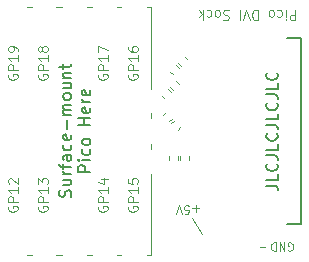
<source format=gbr>
%TF.GenerationSoftware,KiCad,Pcbnew,5.99.0-unknown-8eca23aabe~115~ubuntu20.04.1*%
%TF.CreationDate,2021-02-02T11:51:54+00:00*%
%TF.ProjectId,dvi-sock,6476692d-736f-4636-9b2e-6b696361645f,rev?*%
%TF.SameCoordinates,Original*%
%TF.FileFunction,Legend,Top*%
%TF.FilePolarity,Positive*%
%FSLAX46Y46*%
G04 Gerber Fmt 4.6, Leading zero omitted, Abs format (unit mm)*
G04 Created by KiCad (PCBNEW 5.99.0-unknown-8eca23aabe~115~ubuntu20.04.1) date 2021-02-02 11:51:54*
%MOMM*%
%LPD*%
G01*
G04 APERTURE LIST*
%ADD10C,0.120000*%
%ADD11C,0.150000*%
G04 APERTURE END LIST*
D10*
X149000000Y-95500000D02*
X149400000Y-95500000D01*
X154400000Y-74500000D02*
X154100000Y-74500000D01*
X151500000Y-95500000D02*
X151900000Y-95500000D01*
X154400000Y-81400000D02*
X154400000Y-74500000D01*
X143900000Y-95500000D02*
X144300000Y-95500000D01*
X163600000Y-94800000D02*
X164100000Y-94800000D01*
X144300000Y-74500000D02*
X143900000Y-74500000D01*
X154400000Y-86100000D02*
X154400000Y-86500000D01*
X151900000Y-74500000D02*
X151500000Y-74500000D01*
X154400000Y-88600000D02*
X154400000Y-95500000D01*
X146900000Y-74500000D02*
X146400000Y-74500000D01*
X149400000Y-74500000D02*
X149000000Y-74500000D01*
X158750000Y-93750000D02*
X157900000Y-92400000D01*
X154400000Y-83500000D02*
X154400000Y-83900000D01*
X154400000Y-95500000D02*
X154100000Y-95500000D01*
X146400000Y-95500000D02*
X146900000Y-95500000D01*
X166637142Y-74732857D02*
X166637142Y-75632857D01*
X166332380Y-75632857D01*
X166256190Y-75590000D01*
X166218095Y-75547142D01*
X166180000Y-75461428D01*
X166180000Y-75332857D01*
X166218095Y-75247142D01*
X166256190Y-75204285D01*
X166332380Y-75161428D01*
X166637142Y-75161428D01*
X165837142Y-74732857D02*
X165837142Y-75332857D01*
X165837142Y-75632857D02*
X165875238Y-75590000D01*
X165837142Y-75547142D01*
X165799047Y-75590000D01*
X165837142Y-75632857D01*
X165837142Y-75547142D01*
X165113333Y-74775714D02*
X165189523Y-74732857D01*
X165341904Y-74732857D01*
X165418095Y-74775714D01*
X165456190Y-74818571D01*
X165494285Y-74904285D01*
X165494285Y-75161428D01*
X165456190Y-75247142D01*
X165418095Y-75290000D01*
X165341904Y-75332857D01*
X165189523Y-75332857D01*
X165113333Y-75290000D01*
X164656190Y-74732857D02*
X164732380Y-74775714D01*
X164770476Y-74818571D01*
X164808571Y-74904285D01*
X164808571Y-75161428D01*
X164770476Y-75247142D01*
X164732380Y-75290000D01*
X164656190Y-75332857D01*
X164541904Y-75332857D01*
X164465714Y-75290000D01*
X164427619Y-75247142D01*
X164389523Y-75161428D01*
X164389523Y-74904285D01*
X164427619Y-74818571D01*
X164465714Y-74775714D01*
X164541904Y-74732857D01*
X164656190Y-74732857D01*
X163437142Y-74732857D02*
X163437142Y-75632857D01*
X163246666Y-75632857D01*
X163132380Y-75590000D01*
X163056190Y-75504285D01*
X163018095Y-75418571D01*
X162980000Y-75247142D01*
X162980000Y-75118571D01*
X163018095Y-74947142D01*
X163056190Y-74861428D01*
X163132380Y-74775714D01*
X163246666Y-74732857D01*
X163437142Y-74732857D01*
X162751428Y-75632857D02*
X162484761Y-74732857D01*
X162218095Y-75632857D01*
X161951428Y-74732857D02*
X161951428Y-75632857D01*
X160999047Y-74775714D02*
X160884761Y-74732857D01*
X160694285Y-74732857D01*
X160618095Y-74775714D01*
X160580000Y-74818571D01*
X160541904Y-74904285D01*
X160541904Y-74990000D01*
X160580000Y-75075714D01*
X160618095Y-75118571D01*
X160694285Y-75161428D01*
X160846666Y-75204285D01*
X160922857Y-75247142D01*
X160960952Y-75290000D01*
X160999047Y-75375714D01*
X160999047Y-75461428D01*
X160960952Y-75547142D01*
X160922857Y-75590000D01*
X160846666Y-75632857D01*
X160656190Y-75632857D01*
X160541904Y-75590000D01*
X160084761Y-74732857D02*
X160160952Y-74775714D01*
X160199047Y-74818571D01*
X160237142Y-74904285D01*
X160237142Y-75161428D01*
X160199047Y-75247142D01*
X160160952Y-75290000D01*
X160084761Y-75332857D01*
X159970476Y-75332857D01*
X159894285Y-75290000D01*
X159856190Y-75247142D01*
X159818095Y-75161428D01*
X159818095Y-74904285D01*
X159856190Y-74818571D01*
X159894285Y-74775714D01*
X159970476Y-74732857D01*
X160084761Y-74732857D01*
X159132380Y-74775714D02*
X159208571Y-74732857D01*
X159360952Y-74732857D01*
X159437142Y-74775714D01*
X159475238Y-74818571D01*
X159513333Y-74904285D01*
X159513333Y-75161428D01*
X159475238Y-75247142D01*
X159437142Y-75290000D01*
X159360952Y-75332857D01*
X159208571Y-75332857D01*
X159132380Y-75290000D01*
X158789523Y-74732857D02*
X158789523Y-75632857D01*
X158713333Y-75075714D02*
X158484761Y-74732857D01*
X158484761Y-75332857D02*
X158789523Y-74990000D01*
X149968000Y-80200380D02*
X149929904Y-80276571D01*
X149929904Y-80390857D01*
X149968000Y-80505142D01*
X150044190Y-80581333D01*
X150120380Y-80619428D01*
X150272761Y-80657523D01*
X150387047Y-80657523D01*
X150539428Y-80619428D01*
X150615619Y-80581333D01*
X150691809Y-80505142D01*
X150729904Y-80390857D01*
X150729904Y-80314666D01*
X150691809Y-80200380D01*
X150653714Y-80162285D01*
X150387047Y-80162285D01*
X150387047Y-80314666D01*
X150729904Y-79819428D02*
X149929904Y-79819428D01*
X149929904Y-79514666D01*
X149968000Y-79438476D01*
X150006095Y-79400380D01*
X150082285Y-79362285D01*
X150196571Y-79362285D01*
X150272761Y-79400380D01*
X150310857Y-79438476D01*
X150348952Y-79514666D01*
X150348952Y-79819428D01*
X150729904Y-78600380D02*
X150729904Y-79057523D01*
X150729904Y-78828952D02*
X149929904Y-78828952D01*
X150044190Y-78905142D01*
X150120380Y-78981333D01*
X150158476Y-79057523D01*
X149929904Y-78333714D02*
X149929904Y-77800380D01*
X150729904Y-78143238D01*
X158450000Y-91550000D02*
X157916666Y-91550000D01*
X158183333Y-91283333D02*
X158183333Y-91816666D01*
X157250000Y-91983333D02*
X157583333Y-91983333D01*
X157616666Y-91650000D01*
X157583333Y-91683333D01*
X157516666Y-91716666D01*
X157350000Y-91716666D01*
X157283333Y-91683333D01*
X157250000Y-91650000D01*
X157216666Y-91583333D01*
X157216666Y-91416666D01*
X157250000Y-91350000D01*
X157283333Y-91316666D01*
X157350000Y-91283333D01*
X157516666Y-91283333D01*
X157583333Y-91316666D01*
X157616666Y-91350000D01*
X157016666Y-91983333D02*
X156783333Y-91283333D01*
X156550000Y-91983333D01*
X152508000Y-80200380D02*
X152469904Y-80276571D01*
X152469904Y-80390857D01*
X152508000Y-80505142D01*
X152584190Y-80581333D01*
X152660380Y-80619428D01*
X152812761Y-80657523D01*
X152927047Y-80657523D01*
X153079428Y-80619428D01*
X153155619Y-80581333D01*
X153231809Y-80505142D01*
X153269904Y-80390857D01*
X153269904Y-80314666D01*
X153231809Y-80200380D01*
X153193714Y-80162285D01*
X152927047Y-80162285D01*
X152927047Y-80314666D01*
X153269904Y-79819428D02*
X152469904Y-79819428D01*
X152469904Y-79514666D01*
X152508000Y-79438476D01*
X152546095Y-79400380D01*
X152622285Y-79362285D01*
X152736571Y-79362285D01*
X152812761Y-79400380D01*
X152850857Y-79438476D01*
X152888952Y-79514666D01*
X152888952Y-79819428D01*
X153269904Y-78600380D02*
X153269904Y-79057523D01*
X153269904Y-78828952D02*
X152469904Y-78828952D01*
X152584190Y-78905142D01*
X152660380Y-78981333D01*
X152698476Y-79057523D01*
X152469904Y-77914666D02*
X152469904Y-78067047D01*
X152508000Y-78143238D01*
X152546095Y-78181333D01*
X152660380Y-78257523D01*
X152812761Y-78295619D01*
X153117523Y-78295619D01*
X153193714Y-78257523D01*
X153231809Y-78219428D01*
X153269904Y-78143238D01*
X153269904Y-77990857D01*
X153231809Y-77914666D01*
X153193714Y-77876571D01*
X153117523Y-77838476D01*
X152927047Y-77838476D01*
X152850857Y-77876571D01*
X152812761Y-77914666D01*
X152774666Y-77990857D01*
X152774666Y-78143238D01*
X152812761Y-78219428D01*
X152850857Y-78257523D01*
X152927047Y-78295619D01*
X142348000Y-80200380D02*
X142309904Y-80276571D01*
X142309904Y-80390857D01*
X142348000Y-80505142D01*
X142424190Y-80581333D01*
X142500380Y-80619428D01*
X142652761Y-80657523D01*
X142767047Y-80657523D01*
X142919428Y-80619428D01*
X142995619Y-80581333D01*
X143071809Y-80505142D01*
X143109904Y-80390857D01*
X143109904Y-80314666D01*
X143071809Y-80200380D01*
X143033714Y-80162285D01*
X142767047Y-80162285D01*
X142767047Y-80314666D01*
X143109904Y-79819428D02*
X142309904Y-79819428D01*
X142309904Y-79514666D01*
X142348000Y-79438476D01*
X142386095Y-79400380D01*
X142462285Y-79362285D01*
X142576571Y-79362285D01*
X142652761Y-79400380D01*
X142690857Y-79438476D01*
X142728952Y-79514666D01*
X142728952Y-79819428D01*
X143109904Y-78600380D02*
X143109904Y-79057523D01*
X143109904Y-78828952D02*
X142309904Y-78828952D01*
X142424190Y-78905142D01*
X142500380Y-78981333D01*
X142538476Y-79057523D01*
X143109904Y-78219428D02*
X143109904Y-78067047D01*
X143071809Y-77990857D01*
X143033714Y-77952761D01*
X142919428Y-77876571D01*
X142767047Y-77838476D01*
X142462285Y-77838476D01*
X142386095Y-77876571D01*
X142348000Y-77914666D01*
X142309904Y-77990857D01*
X142309904Y-78143238D01*
X142348000Y-78219428D01*
X142386095Y-78257523D01*
X142462285Y-78295619D01*
X142652761Y-78295619D01*
X142728952Y-78257523D01*
X142767047Y-78219428D01*
X142805142Y-78143238D01*
X142805142Y-77990857D01*
X142767047Y-77914666D01*
X142728952Y-77876571D01*
X142652761Y-77838476D01*
D11*
X164152380Y-89619047D02*
X164866666Y-89619047D01*
X165009523Y-89666666D01*
X165104761Y-89761904D01*
X165152380Y-89904761D01*
X165152380Y-90000000D01*
X165152380Y-88666666D02*
X165152380Y-89142857D01*
X164152380Y-89142857D01*
X165057142Y-87761904D02*
X165104761Y-87809523D01*
X165152380Y-87952380D01*
X165152380Y-88047619D01*
X165104761Y-88190476D01*
X165009523Y-88285714D01*
X164914285Y-88333333D01*
X164723809Y-88380952D01*
X164580952Y-88380952D01*
X164390476Y-88333333D01*
X164295238Y-88285714D01*
X164200000Y-88190476D01*
X164152380Y-88047619D01*
X164152380Y-87952380D01*
X164200000Y-87809523D01*
X164247619Y-87761904D01*
X164152380Y-87047619D02*
X164866666Y-87047619D01*
X165009523Y-87095238D01*
X165104761Y-87190476D01*
X165152380Y-87333333D01*
X165152380Y-87428571D01*
X165152380Y-86095238D02*
X165152380Y-86571428D01*
X164152380Y-86571428D01*
X165057142Y-85190476D02*
X165104761Y-85238095D01*
X165152380Y-85380952D01*
X165152380Y-85476190D01*
X165104761Y-85619047D01*
X165009523Y-85714285D01*
X164914285Y-85761904D01*
X164723809Y-85809523D01*
X164580952Y-85809523D01*
X164390476Y-85761904D01*
X164295238Y-85714285D01*
X164200000Y-85619047D01*
X164152380Y-85476190D01*
X164152380Y-85380952D01*
X164200000Y-85238095D01*
X164247619Y-85190476D01*
X164152380Y-84476190D02*
X164866666Y-84476190D01*
X165009523Y-84523809D01*
X165104761Y-84619047D01*
X165152380Y-84761904D01*
X165152380Y-84857142D01*
X165152380Y-83523809D02*
X165152380Y-84000000D01*
X164152380Y-84000000D01*
X165057142Y-82619047D02*
X165104761Y-82666666D01*
X165152380Y-82809523D01*
X165152380Y-82904761D01*
X165104761Y-83047619D01*
X165009523Y-83142857D01*
X164914285Y-83190476D01*
X164723809Y-83238095D01*
X164580952Y-83238095D01*
X164390476Y-83190476D01*
X164295238Y-83142857D01*
X164200000Y-83047619D01*
X164152380Y-82904761D01*
X164152380Y-82809523D01*
X164200000Y-82666666D01*
X164247619Y-82619047D01*
X164152380Y-81904761D02*
X164866666Y-81904761D01*
X165009523Y-81952380D01*
X165104761Y-82047619D01*
X165152380Y-82190476D01*
X165152380Y-82285714D01*
X165152380Y-80952380D02*
X165152380Y-81428571D01*
X164152380Y-81428571D01*
X165057142Y-80047619D02*
X165104761Y-80095238D01*
X165152380Y-80238095D01*
X165152380Y-80333333D01*
X165104761Y-80476190D01*
X165009523Y-80571428D01*
X164914285Y-80619047D01*
X164723809Y-80666666D01*
X164580952Y-80666666D01*
X164390476Y-80619047D01*
X164295238Y-80571428D01*
X164200000Y-80476190D01*
X164152380Y-80333333D01*
X164152380Y-80238095D01*
X164200000Y-80095238D01*
X164247619Y-80047619D01*
D10*
X152508000Y-91376380D02*
X152469904Y-91452571D01*
X152469904Y-91566857D01*
X152508000Y-91681142D01*
X152584190Y-91757333D01*
X152660380Y-91795428D01*
X152812761Y-91833523D01*
X152927047Y-91833523D01*
X153079428Y-91795428D01*
X153155619Y-91757333D01*
X153231809Y-91681142D01*
X153269904Y-91566857D01*
X153269904Y-91490666D01*
X153231809Y-91376380D01*
X153193714Y-91338285D01*
X152927047Y-91338285D01*
X152927047Y-91490666D01*
X153269904Y-90995428D02*
X152469904Y-90995428D01*
X152469904Y-90690666D01*
X152508000Y-90614476D01*
X152546095Y-90576380D01*
X152622285Y-90538285D01*
X152736571Y-90538285D01*
X152812761Y-90576380D01*
X152850857Y-90614476D01*
X152888952Y-90690666D01*
X152888952Y-90995428D01*
X153269904Y-89776380D02*
X153269904Y-90233523D01*
X153269904Y-90004952D02*
X152469904Y-90004952D01*
X152584190Y-90081142D01*
X152660380Y-90157333D01*
X152698476Y-90233523D01*
X152469904Y-89052571D02*
X152469904Y-89433523D01*
X152850857Y-89471619D01*
X152812761Y-89433523D01*
X152774666Y-89357333D01*
X152774666Y-89166857D01*
X152812761Y-89090666D01*
X152850857Y-89052571D01*
X152927047Y-89014476D01*
X153117523Y-89014476D01*
X153193714Y-89052571D01*
X153231809Y-89090666D01*
X153269904Y-89166857D01*
X153269904Y-89357333D01*
X153231809Y-89433523D01*
X153193714Y-89471619D01*
D11*
X147599761Y-90571428D02*
X147647380Y-90428571D01*
X147647380Y-90190476D01*
X147599761Y-90095238D01*
X147552142Y-90047619D01*
X147456904Y-90000000D01*
X147361666Y-90000000D01*
X147266428Y-90047619D01*
X147218809Y-90095238D01*
X147171190Y-90190476D01*
X147123571Y-90380952D01*
X147075952Y-90476190D01*
X147028333Y-90523809D01*
X146933095Y-90571428D01*
X146837857Y-90571428D01*
X146742619Y-90523809D01*
X146695000Y-90476190D01*
X146647380Y-90380952D01*
X146647380Y-90142857D01*
X146695000Y-90000000D01*
X146980714Y-89142857D02*
X147647380Y-89142857D01*
X146980714Y-89571428D02*
X147504523Y-89571428D01*
X147599761Y-89523809D01*
X147647380Y-89428571D01*
X147647380Y-89285714D01*
X147599761Y-89190476D01*
X147552142Y-89142857D01*
X147647380Y-88666666D02*
X146980714Y-88666666D01*
X147171190Y-88666666D02*
X147075952Y-88619047D01*
X147028333Y-88571428D01*
X146980714Y-88476190D01*
X146980714Y-88380952D01*
X146980714Y-88190476D02*
X146980714Y-87809523D01*
X147647380Y-88047619D02*
X146790238Y-88047619D01*
X146695000Y-88000000D01*
X146647380Y-87904761D01*
X146647380Y-87809523D01*
X147647380Y-87047619D02*
X147123571Y-87047619D01*
X147028333Y-87095238D01*
X146980714Y-87190476D01*
X146980714Y-87380952D01*
X147028333Y-87476190D01*
X147599761Y-87047619D02*
X147647380Y-87142857D01*
X147647380Y-87380952D01*
X147599761Y-87476190D01*
X147504523Y-87523809D01*
X147409285Y-87523809D01*
X147314047Y-87476190D01*
X147266428Y-87380952D01*
X147266428Y-87142857D01*
X147218809Y-87047619D01*
X147599761Y-86142857D02*
X147647380Y-86238095D01*
X147647380Y-86428571D01*
X147599761Y-86523809D01*
X147552142Y-86571428D01*
X147456904Y-86619047D01*
X147171190Y-86619047D01*
X147075952Y-86571428D01*
X147028333Y-86523809D01*
X146980714Y-86428571D01*
X146980714Y-86238095D01*
X147028333Y-86142857D01*
X147599761Y-85333333D02*
X147647380Y-85428571D01*
X147647380Y-85619047D01*
X147599761Y-85714285D01*
X147504523Y-85761904D01*
X147123571Y-85761904D01*
X147028333Y-85714285D01*
X146980714Y-85619047D01*
X146980714Y-85428571D01*
X147028333Y-85333333D01*
X147123571Y-85285714D01*
X147218809Y-85285714D01*
X147314047Y-85761904D01*
X147266428Y-84857142D02*
X147266428Y-84095238D01*
X147647380Y-83619047D02*
X146980714Y-83619047D01*
X147075952Y-83619047D02*
X147028333Y-83571428D01*
X146980714Y-83476190D01*
X146980714Y-83333333D01*
X147028333Y-83238095D01*
X147123571Y-83190476D01*
X147647380Y-83190476D01*
X147123571Y-83190476D02*
X147028333Y-83142857D01*
X146980714Y-83047619D01*
X146980714Y-82904761D01*
X147028333Y-82809523D01*
X147123571Y-82761904D01*
X147647380Y-82761904D01*
X147647380Y-82142857D02*
X147599761Y-82238095D01*
X147552142Y-82285714D01*
X147456904Y-82333333D01*
X147171190Y-82333333D01*
X147075952Y-82285714D01*
X147028333Y-82238095D01*
X146980714Y-82142857D01*
X146980714Y-82000000D01*
X147028333Y-81904761D01*
X147075952Y-81857142D01*
X147171190Y-81809523D01*
X147456904Y-81809523D01*
X147552142Y-81857142D01*
X147599761Y-81904761D01*
X147647380Y-82000000D01*
X147647380Y-82142857D01*
X146980714Y-80952380D02*
X147647380Y-80952380D01*
X146980714Y-81380952D02*
X147504523Y-81380952D01*
X147599761Y-81333333D01*
X147647380Y-81238095D01*
X147647380Y-81095238D01*
X147599761Y-81000000D01*
X147552142Y-80952380D01*
X146980714Y-80476190D02*
X147647380Y-80476190D01*
X147075952Y-80476190D02*
X147028333Y-80428571D01*
X146980714Y-80333333D01*
X146980714Y-80190476D01*
X147028333Y-80095238D01*
X147123571Y-80047619D01*
X147647380Y-80047619D01*
X146980714Y-79714285D02*
X146980714Y-79333333D01*
X146647380Y-79571428D02*
X147504523Y-79571428D01*
X147599761Y-79523809D01*
X147647380Y-79428571D01*
X147647380Y-79333333D01*
X149257380Y-88452380D02*
X148257380Y-88452380D01*
X148257380Y-88071428D01*
X148305000Y-87976190D01*
X148352619Y-87928571D01*
X148447857Y-87880952D01*
X148590714Y-87880952D01*
X148685952Y-87928571D01*
X148733571Y-87976190D01*
X148781190Y-88071428D01*
X148781190Y-88452380D01*
X149257380Y-87452380D02*
X148590714Y-87452380D01*
X148257380Y-87452380D02*
X148305000Y-87500000D01*
X148352619Y-87452380D01*
X148305000Y-87404761D01*
X148257380Y-87452380D01*
X148352619Y-87452380D01*
X149209761Y-86547619D02*
X149257380Y-86642857D01*
X149257380Y-86833333D01*
X149209761Y-86928571D01*
X149162142Y-86976190D01*
X149066904Y-87023809D01*
X148781190Y-87023809D01*
X148685952Y-86976190D01*
X148638333Y-86928571D01*
X148590714Y-86833333D01*
X148590714Y-86642857D01*
X148638333Y-86547619D01*
X149257380Y-85976190D02*
X149209761Y-86071428D01*
X149162142Y-86119047D01*
X149066904Y-86166666D01*
X148781190Y-86166666D01*
X148685952Y-86119047D01*
X148638333Y-86071428D01*
X148590714Y-85976190D01*
X148590714Y-85833333D01*
X148638333Y-85738095D01*
X148685952Y-85690476D01*
X148781190Y-85642857D01*
X149066904Y-85642857D01*
X149162142Y-85690476D01*
X149209761Y-85738095D01*
X149257380Y-85833333D01*
X149257380Y-85976190D01*
X149257380Y-84452380D02*
X148257380Y-84452380D01*
X148733571Y-84452380D02*
X148733571Y-83880952D01*
X149257380Y-83880952D02*
X148257380Y-83880952D01*
X149209761Y-83023809D02*
X149257380Y-83119047D01*
X149257380Y-83309523D01*
X149209761Y-83404761D01*
X149114523Y-83452380D01*
X148733571Y-83452380D01*
X148638333Y-83404761D01*
X148590714Y-83309523D01*
X148590714Y-83119047D01*
X148638333Y-83023809D01*
X148733571Y-82976190D01*
X148828809Y-82976190D01*
X148924047Y-83452380D01*
X149257380Y-82547619D02*
X148590714Y-82547619D01*
X148781190Y-82547619D02*
X148685952Y-82500000D01*
X148638333Y-82452380D01*
X148590714Y-82357142D01*
X148590714Y-82261904D01*
X149209761Y-81547619D02*
X149257380Y-81642857D01*
X149257380Y-81833333D01*
X149209761Y-81928571D01*
X149114523Y-81976190D01*
X148733571Y-81976190D01*
X148638333Y-81928571D01*
X148590714Y-81833333D01*
X148590714Y-81642857D01*
X148638333Y-81547619D01*
X148733571Y-81500000D01*
X148828809Y-81500000D01*
X148924047Y-81976190D01*
D10*
X144888000Y-91376380D02*
X144849904Y-91452571D01*
X144849904Y-91566857D01*
X144888000Y-91681142D01*
X144964190Y-91757333D01*
X145040380Y-91795428D01*
X145192761Y-91833523D01*
X145307047Y-91833523D01*
X145459428Y-91795428D01*
X145535619Y-91757333D01*
X145611809Y-91681142D01*
X145649904Y-91566857D01*
X145649904Y-91490666D01*
X145611809Y-91376380D01*
X145573714Y-91338285D01*
X145307047Y-91338285D01*
X145307047Y-91490666D01*
X145649904Y-90995428D02*
X144849904Y-90995428D01*
X144849904Y-90690666D01*
X144888000Y-90614476D01*
X144926095Y-90576380D01*
X145002285Y-90538285D01*
X145116571Y-90538285D01*
X145192761Y-90576380D01*
X145230857Y-90614476D01*
X145268952Y-90690666D01*
X145268952Y-90995428D01*
X145649904Y-89776380D02*
X145649904Y-90233523D01*
X145649904Y-90004952D02*
X144849904Y-90004952D01*
X144964190Y-90081142D01*
X145040380Y-90157333D01*
X145078476Y-90233523D01*
X144849904Y-89509714D02*
X144849904Y-89014476D01*
X145154666Y-89281142D01*
X145154666Y-89166857D01*
X145192761Y-89090666D01*
X145230857Y-89052571D01*
X145307047Y-89014476D01*
X145497523Y-89014476D01*
X145573714Y-89052571D01*
X145611809Y-89090666D01*
X145649904Y-89166857D01*
X145649904Y-89395428D01*
X145611809Y-89471619D01*
X145573714Y-89509714D01*
X149968000Y-91376380D02*
X149929904Y-91452571D01*
X149929904Y-91566857D01*
X149968000Y-91681142D01*
X150044190Y-91757333D01*
X150120380Y-91795428D01*
X150272761Y-91833523D01*
X150387047Y-91833523D01*
X150539428Y-91795428D01*
X150615619Y-91757333D01*
X150691809Y-91681142D01*
X150729904Y-91566857D01*
X150729904Y-91490666D01*
X150691809Y-91376380D01*
X150653714Y-91338285D01*
X150387047Y-91338285D01*
X150387047Y-91490666D01*
X150729904Y-90995428D02*
X149929904Y-90995428D01*
X149929904Y-90690666D01*
X149968000Y-90614476D01*
X150006095Y-90576380D01*
X150082285Y-90538285D01*
X150196571Y-90538285D01*
X150272761Y-90576380D01*
X150310857Y-90614476D01*
X150348952Y-90690666D01*
X150348952Y-90995428D01*
X150729904Y-89776380D02*
X150729904Y-90233523D01*
X150729904Y-90004952D02*
X149929904Y-90004952D01*
X150044190Y-90081142D01*
X150120380Y-90157333D01*
X150158476Y-90233523D01*
X150196571Y-89090666D02*
X150729904Y-89090666D01*
X149891809Y-89281142D02*
X150463238Y-89471619D01*
X150463238Y-88976380D01*
X166033333Y-95100000D02*
X166100000Y-95133333D01*
X166200000Y-95133333D01*
X166300000Y-95100000D01*
X166366666Y-95033333D01*
X166400000Y-94966666D01*
X166433333Y-94833333D01*
X166433333Y-94733333D01*
X166400000Y-94600000D01*
X166366666Y-94533333D01*
X166300000Y-94466666D01*
X166200000Y-94433333D01*
X166133333Y-94433333D01*
X166033333Y-94466666D01*
X166000000Y-94500000D01*
X166000000Y-94733333D01*
X166133333Y-94733333D01*
X165700000Y-94433333D02*
X165700000Y-95133333D01*
X165300000Y-94433333D01*
X165300000Y-95133333D01*
X164966666Y-94433333D02*
X164966666Y-95133333D01*
X164800000Y-95133333D01*
X164700000Y-95100000D01*
X164633333Y-95033333D01*
X164600000Y-94966666D01*
X164566666Y-94833333D01*
X164566666Y-94733333D01*
X164600000Y-94600000D01*
X164633333Y-94533333D01*
X164700000Y-94466666D01*
X164800000Y-94433333D01*
X164966666Y-94433333D01*
X142348000Y-91376380D02*
X142309904Y-91452571D01*
X142309904Y-91566857D01*
X142348000Y-91681142D01*
X142424190Y-91757333D01*
X142500380Y-91795428D01*
X142652761Y-91833523D01*
X142767047Y-91833523D01*
X142919428Y-91795428D01*
X142995619Y-91757333D01*
X143071809Y-91681142D01*
X143109904Y-91566857D01*
X143109904Y-91490666D01*
X143071809Y-91376380D01*
X143033714Y-91338285D01*
X142767047Y-91338285D01*
X142767047Y-91490666D01*
X143109904Y-90995428D02*
X142309904Y-90995428D01*
X142309904Y-90690666D01*
X142348000Y-90614476D01*
X142386095Y-90576380D01*
X142462285Y-90538285D01*
X142576571Y-90538285D01*
X142652761Y-90576380D01*
X142690857Y-90614476D01*
X142728952Y-90690666D01*
X142728952Y-90995428D01*
X143109904Y-89776380D02*
X143109904Y-90233523D01*
X143109904Y-90004952D02*
X142309904Y-90004952D01*
X142424190Y-90081142D01*
X142500380Y-90157333D01*
X142538476Y-90233523D01*
X142386095Y-89471619D02*
X142348000Y-89433523D01*
X142309904Y-89357333D01*
X142309904Y-89166857D01*
X142348000Y-89090666D01*
X142386095Y-89052571D01*
X142462285Y-89014476D01*
X142538476Y-89014476D01*
X142652761Y-89052571D01*
X143109904Y-89509714D01*
X143109904Y-89014476D01*
X144888000Y-80200380D02*
X144849904Y-80276571D01*
X144849904Y-80390857D01*
X144888000Y-80505142D01*
X144964190Y-80581333D01*
X145040380Y-80619428D01*
X145192761Y-80657523D01*
X145307047Y-80657523D01*
X145459428Y-80619428D01*
X145535619Y-80581333D01*
X145611809Y-80505142D01*
X145649904Y-80390857D01*
X145649904Y-80314666D01*
X145611809Y-80200380D01*
X145573714Y-80162285D01*
X145307047Y-80162285D01*
X145307047Y-80314666D01*
X145649904Y-79819428D02*
X144849904Y-79819428D01*
X144849904Y-79514666D01*
X144888000Y-79438476D01*
X144926095Y-79400380D01*
X145002285Y-79362285D01*
X145116571Y-79362285D01*
X145192761Y-79400380D01*
X145230857Y-79438476D01*
X145268952Y-79514666D01*
X145268952Y-79819428D01*
X145649904Y-78600380D02*
X145649904Y-79057523D01*
X145649904Y-78828952D02*
X144849904Y-78828952D01*
X144964190Y-78905142D01*
X145040380Y-78981333D01*
X145078476Y-79057523D01*
X145192761Y-78143238D02*
X145154666Y-78219428D01*
X145116571Y-78257523D01*
X145040380Y-78295619D01*
X145002285Y-78295619D01*
X144926095Y-78257523D01*
X144888000Y-78219428D01*
X144849904Y-78143238D01*
X144849904Y-77990857D01*
X144888000Y-77914666D01*
X144926095Y-77876571D01*
X145002285Y-77838476D01*
X145040380Y-77838476D01*
X145116571Y-77876571D01*
X145154666Y-77914666D01*
X145192761Y-77990857D01*
X145192761Y-78143238D01*
X145230857Y-78219428D01*
X145268952Y-78257523D01*
X145345142Y-78295619D01*
X145497523Y-78295619D01*
X145573714Y-78257523D01*
X145611809Y-78219428D01*
X145649904Y-78143238D01*
X145649904Y-77990857D01*
X145611809Y-77914666D01*
X145573714Y-77876571D01*
X145497523Y-77838476D01*
X145345142Y-77838476D01*
X145268952Y-77876571D01*
X145230857Y-77914666D01*
X145192761Y-77990857D01*
%TO.C,R2*%
X156560060Y-79422659D02*
X156777341Y-79639940D01*
X156022659Y-79960060D02*
X156239940Y-80177341D01*
%TO.C,R8*%
X157630000Y-87453641D02*
X157630000Y-87146359D01*
X156870000Y-87453641D02*
X156870000Y-87146359D01*
%TO.C,R6*%
X156660060Y-84877341D02*
X156877341Y-84660060D01*
X156122659Y-84339940D02*
X156339940Y-84122659D01*
%TO.C,R1*%
X156722659Y-79260060D02*
X156939940Y-79477341D01*
X157260060Y-78722659D02*
X157477341Y-78939940D01*
%TO.C,R7*%
X156680000Y-87453641D02*
X156680000Y-87146359D01*
X155920000Y-87453641D02*
X155920000Y-87146359D01*
%TO.C,R3*%
X156560060Y-80772659D02*
X156777341Y-80989940D01*
X156022659Y-81310060D02*
X156239940Y-81527341D01*
%TO.C,R5*%
X155422659Y-83639940D02*
X155639940Y-83422659D01*
X155960060Y-84177341D02*
X156177341Y-83960060D01*
D11*
%TO.C,J4*%
X167100000Y-77100000D02*
X167100000Y-92900000D01*
X167100000Y-77100000D02*
X165900000Y-77100000D01*
X167100000Y-92900000D02*
X165900000Y-92900000D01*
D10*
%TO.C,R4*%
X155860060Y-81472659D02*
X156077341Y-81689940D01*
X155322659Y-82010060D02*
X155539940Y-82227341D01*
%TD*%
M02*

</source>
